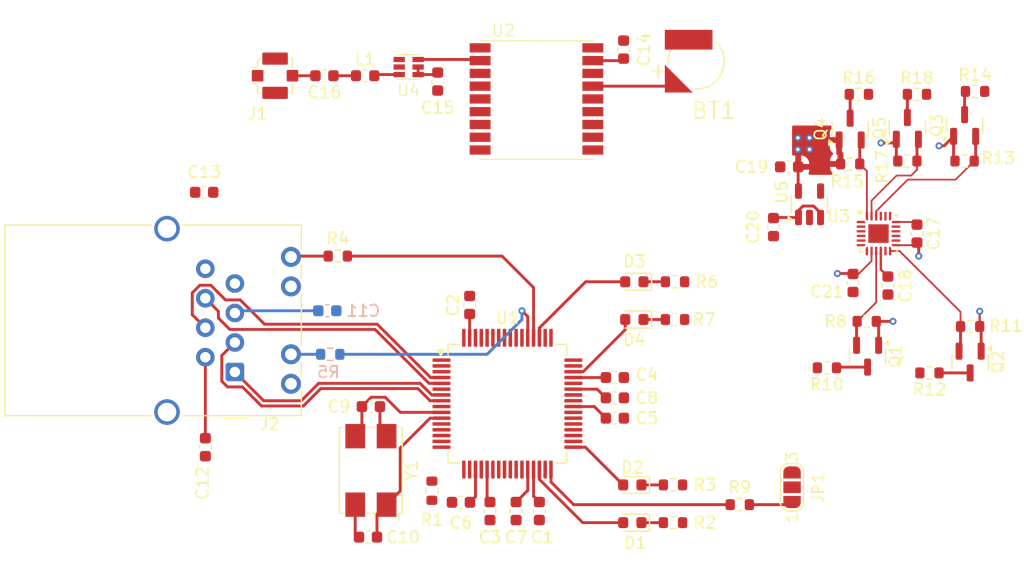
<source format=kicad_pcb>
(kicad_pcb (version 20240108) (generator "pcbnew") (generator_version "8.0")
  (layers (0 "F.Cu" signal) (1 "In1.Cu" power) (2 "In2.Cu" power) (31 "B.Cu" signal) (34 "B.Paste" user) (35 "F.Paste" user) (36 "B.SilkS" user "B.Silkscreen") (37 "F.SilkS" user "F.Silkscreen") (38 "B.Mask" user) (39 "F.Mask" user) (44 "Edge.Cuts" user))
  (net 0 "")
  (net 1 "GND")
  (net 2 "Net-(BT1-+)")
  (net 3 "+3V3")
  (net 4 "Net-(C6-Pad1)")
  (net 5 "Net-(C7-Pad1)")
  (net 6 "Net-(C8-Pad1)")
  (net 7 "/Communication/XI")
  (net 8 "/Communication/XO")
  (net 9 "Net-(J2-RCT)")
  (net 10 "Net-(J2-TCT)")
  (net 11 "Net-(C13-Pad1)")
  (net 12 "Net-(C16-Pad1)")
  (net 13 "Net-(J1-In)")
  (net 14 "+1V8")
  (net 15 "Net-(U3-REGOUT)")
  (net 16 "Net-(D1-K)")
  (net 17 "/Communication/TCPCS1")
  (net 18 "/Communication/TCPCS2")
  (net 19 "Net-(D2-K)")
  (net 20 "Net-(D3-K)")
  (net 21 "/Communication/TNOW1")
  (net 22 "/Communication/TNOW2")
  (net 23 "Net-(D4-K)")
  (net 24 "/Communication/RXN")
  (net 25 "Net-(J2-Pad10)")
  (net 27 "/Communication/TXP")
  (net 28 "Net-(J2-Pad12)")
  (net 29 "/Communication/RXP")
  (net 30 "/Communication/TXN")
  (net 31 "Net-(U4-RFIN)")
  (net 32 "/Positioning/SDO")
  (net 33 "SPI_MISO")
  (net 34 "GPIO_PC3")
  (net 35 "/Positioning/INT1")
  (net 36 "/Positioning/nCS")
  (net 37 "GPIO_PC4")
  (net 38 "/Positioning/SDI")
  (net 39 "SPI_MOSI")
  (net 40 "SPI_SCK")
  (net 41 "/Positioning/SCLK")
  (net 42 "VCCIO")
  (net 43 "/Communication/ACT")
  (net 44 "/Communication/LINK")
  (net 45 "Net-(R6-Pad2)")
  (net 46 "Net-(U1-CFGEN)")
  (net 47 "Net-(JP1-A)")
  (net 49 "UART3_TX")
  (net 50 "GPIO_PC6")
  (net 53 "UART3_RX")
  (net 58 "UART2_RX")
  (net 65 "GPIO_PC5")
  (net 69 "UART2_TX")
  (net 74 "GPIO_PC7")
  (net 80 "GPIO_PC1")
  (net 85 "Net-(U2-RF_IN)")
  (net 87 "UART4_TX")
  (net 88 "UART4_RX")
  (net 108 "GPIO_PC2")
  (footprint "Package_TO_SOT_SMD:SOT-23-5" (layer "F.Cu") (at 170.1 57.535 90)
    (property "Reference" "U5")
    (property "Value" "AP2127K-1.8")
  )
  (footprint "Capacitor_SMD:C_0603_1608Metric" (layer "F.Cu") (at 173.85 64.31 90)
    (property "Reference" "C21")
    (property "Value" "0.1uF")
  )
  (footprint "Package_QFP:LQFP-64_10x10mm_P0.5mm" (layer "F.Cu") (at 144.1 74.71)
    (property "Reference" "U1")
    (property "Value" "~")
  )
  (footprint "LED_SMD:LED_0603_1608Metric" (layer "F.Cu") (at 154.85 84.96 180)
    (property "Reference" "D1")
    (property "Value" "LED")
  )
  (footprint "Jumper:SolderJumper-3_P1.3mm_Open_RoundedPad1.0x1.5mm_NumberLabels" (layer "F.Cu") (at 168.6 81.91 90)
    (property "Reference" "JP1")
    (property "Value" "SolderJumper_3_Open")
  )
  (footprint "Resistor_SMD:R_0603_1608Metric" (layer "F.Cu") (at 158.525 67.46)
    (property "Reference" "R7")
    (property "Value" "1kR")
  )
  (footprint "Capacitor_SMD:C_0603_1608Metric" (layer "F.Cu") (at 140.85 66.21 90)
    (property "Reference" "C2")
    (property "Value" "0.1uF")
  )
  (footprint "Resistor_SMD:R_0603_1608Metric" (layer "F.Cu") (at 171.6 71.6225 180)
    (property "Reference" "R10")
    (property "Value" "2.2kR")
  )
  (footprint "LED_SMD:LED_0603_1608Metric" (layer "F.Cu") (at 155.025 64.21 180)
    (property "Reference" "D3")
    (property "Value" "LED")
  )
  (footprint "Capacitor_SMD:C_0603_1608Metric" (layer "F.Cu") (at 179.35 60.06 -90)
    (property "Reference" "C17")
    (property "Value" "0.1uF")
  )
  (footprint "Resistor_SMD:R_0603_1608Metric" (layer "F.Cu") (at 183.45 53.81 180)
    (property "Reference" "R13")
    (property "Value" "2.2kR")
  )
  (footprint "Capacitor_SMD:C_0603_1608Metric" (layer "F.Cu") (at 142.6 83.96 -90)
    (property "Reference" "C3")
    (property "Value" "0.1uF")
  )
  (footprint "Capacitor_SMD:C_0603_1608Metric" (layer "F.Cu") (at 132.1 86.21)
    (property "Reference" "C10")
    (property "Value" "?? F")
  )
  (footprint "Capacitor_SMD:C_0603_1608Metric" (layer "F.Cu") (at 118 56.5)
    (property "Reference" "C13")
    (property "Value" "1nF")
  )
  (footprint "Capacitor_SMD:C_0603_1608Metric" (layer "F.Cu") (at 138.1 46.96 90)
    (property "Reference" "C15")
    (property "Value" "0.1uF")
  )
  (footprint "Package_TO_SOT_SMD:SOT-23" (layer "F.Cu") (at 183.925 71.1225 -90)
    (property "Reference" "Q2")
    (property "Value" "SELECT PART")
  )
  (footprint "Resistor_SMD:R_0603_1608Metric" (layer "F.Cu") (at 175.025 67.6225)
    (property "Reference" "R8")
    (property "Value" "2.2kR")
  )
  (footprint "Capacitor_SMD:C_0603_1608Metric" (layer "F.Cu") (at 154.1 44.21 90)
    (property "Reference" "C14")
    (property "Value" "10uF")
  )
  (footprint "Resistor_SMD:R_0603_1608Metric" (layer "F.Cu") (at 164.1 83.41 180)
    (property "Reference" "R9")
    (property "Value" "1kR")
  )
  (footprint "ML414H_IV01E:SEIKO_ML414H_IV01E" (layer "F.Cu") (at 160.35 45.21 180)
    (property "Reference" "BT1")
    (property "Value" "3V")
  )
  (footprint "Package_TO_SOT_SMD:SOT-23" (layer "F.Cu") (at 173.6 51.06 90)
    (property "Reference" "Q4")
    (property "Value" "SELECT PART")
  )
  (footprint "Resistor_SMD:R_0603_1608Metric" (layer "F.Cu") (at 129.5 62 180)
    (property "Reference" "R4")
    (property "Value" "1kR")
  )
  (footprint "Capacitor_SMD:C_0603_1608Metric" (layer "F.Cu") (at 128.35 46.46 180)
    (property "Reference" "C16")
    (property "Value" "470pF")
  )
  (footprint "Resistor_SMD:R_0603_1608Metric" (layer "F.Cu") (at 158.525 64.21)
    (property "Reference" "R6")
    (property "Value" "1kR")
  )
  (footprint "Resistor_SMD:R_0603_1608Metric" (layer "F.Cu") (at 173.6 54.06 180)
    (property "Reference" "R15")
    (property "Value" "2.2kR")
  )
  (footprint "Resistor_SMD:R_0603_1608Metric" (layer "F.Cu") (at 184.35 47.81)
    (property "Reference" "R14")
    (property "Value" "2.2kR")
  )
  (footprint "Package_TO_SOT_SMD:SOT-23" (layer "F.Cu") (at 183.45 50.7475 90)
    (property "Reference" "Q3")
    (property "Value" "SELECT PART")
  )
  (footprint "LED_SMD:LED_0603_1608Metric" (layer "F.Cu") (at 155.025 67.46 180)
    (property "Reference" "D4")
    (property "Value" "LED")
  )
  (footprint "Capacitor_SMD:C_0603_1608Metric" (layer "F.Cu") (at 176.85 64.535 90)
    (property "Reference" "C18")
    (property "Value" "0.1uF")
  )
  (footprint "Resistor_SMD:R_0603_1608Metric" (layer "F.Cu") (at 158.35 84.96)
    (property "Reference" "R2")
    (property "Value" "1kR")
  )
  (footprint "Inductor_SMD:L_0603_1608Metric" (layer "F.Cu") (at 131.85 46.46)
    (property "Reference" "L1")
    (property "Value" "6.8nH")
  )
  (footprint "Resistor_SMD:R_0603_1608Metric" (layer "F.Cu") (at 179.35 48.06)
    (property "Reference" "R18")
    (property "Value" "2.2kR")
  )
  (footprint "Resistor_SMD:R_0603_1608Metric" (layer "F.Cu") (at 180.425 72.06 180)
    (property "Reference" "R12")
    (property "Value" "2.2kR")
  )
  (footprint "Resistor_SMD:R_0603_1608Metric" (layer "F.Cu") (at 178.525 53.81 180)
    (property "Reference" "R17")
    (property "Value" "2.2kR")
  )
  (footprint "Resistor_SMD:R_0603_1608Metric" (layer "F.Cu") (at 158.35 81.71)
    (property "Reference" "R3")
    (property "Value" "1kR")
  )
  (footprint "Package_TO_SOT_SMD:SOT-23" (layer "F.Cu") (at 178.525 50.9975 90)
    (property "Reference" "Q5")
    (property "Value" "SELECT PART")
  )
  (footprint "Capacitor_SMD:C_0603_1608Metric" (layer "F.Cu") (at 146.85 83.96 -90)
    (property "Reference" "C1")
    (property "Value" "0.1uF")
  )
  (footprint "jshep:uDFN-6" (layer "F.Cu") (at 134.7875 45.06)
    (property "Reference" "U4")
    (property "Value" "~")
  )
  (footprint "Resistor_SMD:R_0603_1608Metric" (layer "F.Cu") (at 137.6 82.21 -90)
    (property "Reference" "R1")
    (property "Value" "0R")
  )
  (footprint "Resistor_SMD:R_0603_1608Metric" (layer "F.Cu") (at 174.35 48.06)
    (property "Reference" "R16")
    (property "Value" "2.2kR")
  )
  (footprint "Capacitor_SMD:C_0603_1608Metric" (layer "F.Cu") (at 153.35 74.21)
    (property "Reference" "C8")
    (property "Value" "0.1uF")
  )
  (footprint "Resistor_SMD:R_0603_1608Metric" (layer "F.Cu") (at 183.925 68.06)
    (property "Reference" "R11")
    (property "Value" "2.2kR")
  )
  (footprint "Capacitor_SMD:C_0603_1608Metric" (layer "F.Cu") (at 167 59.5 90)
    (property "Reference" "C20")
    (property "Value" "1uF")
  )
  (footprint "Capacitor_SMD:C_0603_1608Metric" (layer "F.Cu") (at 132.35 74.96 180)
    (property "Reference" "C9")
    (property "Value" "?? F")
  )
  (footprint "Crystal:Crystal_SMD_7050-4Pin_7.0x5.0mm" (layer "F.Cu") (at 132.35 80.46 90)
    (property "Reference" "Y1")
    (property "Value" "25M")
  )
  (footprint "LED_SMD:LED_0603_1608Metric" (layer "F.Cu") (at 154.85 81.71 180)
    (property "Reference" "D2")
    (property "Value" "LED")
  )
  (footprint "Capacitor_SMD:C_0603_1608Metric" (layer "F.Cu") (at 140.1 83.21 180)
    (property "Reference" "C6")
    (property "Value" "1uF")
  )
  (footprint "jshep:LCC-18" (layer "F.Cu") (at 141.75 43.46)
    (property "Reference" "U2")
    (property "Value" "~")
  )
  (footprint "Package_TO_SOT_SMD:SOT-23" (layer "F.Cu") (at 175.1 70.6225 -90)
    (property "Reference" "Q1")
    (property "Value" "SELECT PART")
  )
  (footprint "Package_DFN_QFN:QFN-24-1EP_3x3mm_P0.4mm_EP1.75x1.6mm" (layer "F.Cu") (at 176.04 60.06)
    (property "Reference" "U3")
    (property "Value" "~")
  )
  (footprint "Capacitor_SMD:C_0603_1608Metric" (layer "F.Cu") (at 153.35 72.46)
    (property "Reference" "C4")
    (property "Value" "0.1uF")
  )
  (footprint "Capacitor_SMD:C_0603_1608Metric" (layer "F.Cu") (at 118.1 78.46 -90)
    (property "Reference" "C12")
    (property "Value" "1uF")
  )
  (footprint "Connector_Coaxial:U.FL_Molex_MCRF_73412-0110_Vertical" (layer "F.Cu") (at 124.1 46.46 90)
    (property "Reference" "J1")
    (property "Value" "Antenna")
  )
  (footprint "Capacitor_SMD:C_0603_1608Metric" (layer "F.Cu") (at 153.35 75.96)
    (property "Reference" "C5")
    (property "Value" "0.1uF")
  )
  (footprint "Capacitor_SMD:C_0603_1608Metric" (layer "F.Cu") (at 144.85 83.96 -90)
    (property "Reference" "C7")
    (property "Value" "0.1uF")
  )
  (footprint "Connector_RJ:RJ45_Wuerth_7499010121A_Horizontal" (layer "F.Cu") (at 120.64 71.98 180)
    (property "Reference" "J2")
    (property "Value" "RJ45_Wuerth_7499010121A")
  )
  (footprint "Capacitor_SMD:C_0603_1608Metric" (layer "F.Cu") (at 168.35 54.31)
    (property "Reference" "C19")
    (property "Value" "1uF")
  )
  (footprint "Resistor_SMD:R_0603_1608Metric" (layer "B.Cu") (at 128.85 70.46 180)
    (property "Reference" "R5")
    (property "Value" "1kR")
  )
  (footprint "Capacitor_SMD:C_0603_1608Metric" (layer "B.Cu") (at 128.6 66.71)
    (property "Reference" "C11")
    (property "Value" "1uF")
  )
  (segment (start 131 83.41) (end 131 85.885) (width 0.25) (layer "F.Cu") (net 1))
  (segment (start 133.125 76.935) (end 133.7 77.51) (width 0.25) (layer "F.Cu") (net 1))
  (segment (start 131 85.885) (end 131.325 86.21) (width 0.25) (layer "F.Cu") (net 1))
  (segment (start 133.125 74.96) (end 133.125 76.935) (width 0.25) (layer "F.Cu") (net 1))
  (segment (start 177.54 59.06) (end 179.125 59.06) (width 0.15) (layer "F.Cu") (net 1))
  (segment (start 179.125 59.06) (end 179.35 59.285) (width 0.15) (layer "F.Cu") (net 1))
  (segment (start 151.45 47.36) (end 158.2 47.36) (width 0.25) (layer "F.Cu") (net 2))
  (segment (start 158.2 47.36) (end 158.25 47.31) (width 0.25) (layer "F.Cu") (net 2))
  (segment (start 171.05 58.284092) (end 170.450908 57.685) (width 0.25) (layer "F.Cu") (net 3))
  (segment (start 169.0975 58.725) (end 169.15 58.6725) (width 0.25) (layer "F.Cu") (net 3))
  (segment (start 137.925 46.36) (end 138.1 46.185) (width 0.25) (layer "F.Cu") (net 3))
  (segment (start 136.4125 46.36) (end 137.925 46.36) (width 0.25) (layer "F.Cu") (net 3))
  (segment (start 169.15 58.6725) (end 167.0525 58.6725) (width 0.25) (layer "F.Cu") (net 3))
  (segment (start 136.4125 46.36) (end 136.4125 45.71) (width 0.25) (layer "F.Cu") (net 3))
  (segment (start 151.45 45.16) (end 153.925 45.16) (width 0.25) (layer "F.Cu") (net 3))
  (segment (start 170.450908 57.685) (end 169.54 57.685) (width 0.25) (layer "F.Cu") (net 3))
  (segment (start 167.0525 58.6725) (end 167 58.725) (width 0.25) (layer "F.Cu") (net 3))
  (segment (start 169.15 58.075) (end 169.15 58.6725) (width 0.25) (layer "F.Cu") (net 3))
  (segment (start 169.54 57.685) (end 169.15 58.075) (width 0.25) (layer "F.Cu") (net 3))
  (segment (start 171.05 58.6725) (end 171.05 58.284092) (width 0.25) (layer "F.Cu") (net 3))
  (segment (start 153.925 45.16) (end 154.1 44.985) (width 0.25) (layer "F.Cu") (net 3))
  (segment (start 141.35 82.735) (end 140.875 83.21) (width 0.25) (layer "F.Cu") (net 4))
  (segment (start 141.35 80.385) (end 141.35 82.735) (width 0.25) (layer "F.Cu") (net 4))
  (segment (start 144.85 83.185) (end 145.85 82.185) (width 0.25) (layer "F.Cu") (net 5))
  (segment (start 145.85 82.185) (end 145.85 80.385) (width 0.25) (layer "F.Cu") (net 5))
  (segment (start 151.825 73.46) (end 149.775 73.46) (width 0.25) (layer "F.Cu") (net 6))
  (segment (start 152.575 74.21) (end 151.825 73.46) (width 0.25) (layer "F.Cu") (net 6))
  (segment (start 131.575 76.935) (end 131 77.51) (width 0.25) (layer "F.Cu") (net 7))
  (segment (start 134.884052 75.46) (end 133.584052 74.16) (width 0.25) (layer "F.Cu") (net 7))
  (segment (start 131.575 74.96) (end 131.575 76.935) (width 0.25) (layer "F.Cu") (net 7))
  (segment (start 138.425 75.46) (end 134.884052 75.46) (width 0.25) (layer "F.Cu") (net 7))
  (segment (start 133.584052 74.16) (end 132.375 74.16) (width 0.25) (layer "F.Cu") (net 7))
  (segment (start 132.375 74.16) (end 131.575 74.96) (width 0.25) (layer "F.Cu") (net 7))
  (segment (start 134.875 78.53084) (end 134.875 82.235) (width 0.25) (layer "F.Cu") (net 8))
  (segment (start 132.875 86.21) (end 132.875 84.235) (width 0.25) (layer "F.Cu") (net 8))
  (segment (start 137.44584 75.96) (end 134.875 78.53084) (width 0.25) (layer "F.Cu") (net 8))
  (segment (start 138.425 75.96) (end 137.44584 75.96) (width 0.25) (layer "F.Cu") (net 8))
  (segment (start 132.875 84.235) (end 133.7 83.41) (width 0.25) (layer "F.Cu") (net 8))
  (segment (start 134.875 82.235) (end 133.7 83.41) (width 0.25) (layer "F.Cu") (net 8))
  (segment (start 120.83 66.71) (end 120.64 66.9) (width 0.25) (layer "B.Cu") (net 9))
  (segment (start 127.825 66.71) (end 120.83 66.71) (width 0.25) (layer "B.Cu") (net 9))
  (segment (start 118.1 70.71) (end 118.1 77.685) (width 0.25) (layer "F.Cu") (net 10))
  (segment (start 131.0625 46.46) (end 129.125 46.46) (width 0.25) (layer "F.Cu") (net 12))
  (segment (start 127.575 46.46) (end 125.6 46.46) (width 0.25) (layer "F.Cu") (net 13))
  (segment (start 177.575 51.935) (end 177.575 53.685) (width 0.25) (layer "F.Cu") (net 14))
  (segment (start 179.5 62) (end 179.5 60.985) (width 0.25) (layer "F.Cu") (net 14))
  (segment (start 176.05 69.685) (end 176.05 67.8225) (width 0.25) (layer "F.Cu") (net 14))
  (segment (start 172.65 51.9975) (end 172.65 53.935) (width 0.25) (layer "F.Cu") (net 14))
  (segment (start 177.575 53.685) (end 177.7 53.81) (width 0.25) (layer "F.Cu") (net 14))
  (segment (start 179.125 61.06) (end 177.54 61.06) (width 0.15) (layer "F.Cu") (net 14))
  (segment (start 177.26 52.25) (end 177.575 51.935) (width 0.25) (layer "F.Cu") (net 14))
  (segment (start 182.5 53.685) (end 182.625 53.81) (width 0.25) (layer "F.Cu") (net 14))
  (segment (start 184.875 70.185) (end 184.875 68.185) (width 0.25) (layer "F.Cu") (net 14))
  (segment (start 175.44 62.42) (end 174.325 63.535) (width 0.15) (layer "F.Cu") (net 14))
  (segment (start 173.815 63.5) (end 173.85 63.535) (width 0.25) (layer "F.Cu") (net 14))
  (segment (start 174.325 63.535) (end 173.85 63.535) (width 0.15) (layer "F.Cu") (net 14))
  (segment (start 181.685 52.5) (end 182.5 51.685) (width 0.25) (layer "F.Cu") (net 14))
  (segment (start 184.875 68.185) (end 184.75 68.06) (width 0.25) (layer "F.Cu") (net 14))
  (segment (start 173.825 63.56) (end 173.85 63.535) (width 0.25) (layer "F.Cu") (net 14))
  (segment (start 169.125 56.3725) (end 169.15 56.3975) (width 0.25) (layer "F.Cu") (net 14))
  (segment (start 172.5 63.5) (end 173.815 63.5) (width 0.25) (layer "F.Cu") (net 14))
  (segment (start 179.5 60.985) (end 179.35 60.835) (width 0.25) (layer "F.Cu") (net 14))
  (segment (start 182.5 51.685) (end 182.5 53.685) (width 0.25) (layer "F.Cu") (net 14))
  (segment (start 175.85 67.6225) (end 177.2875 67.6225) (width 0.25) (layer "F.Cu") (net 14))
  (segment (start 169.125 54.31) (end 169.125 56.3725) (width 0.25) (layer "F.Cu") (net 14))
  (segment (start 172.65 53.935) (end 172.775 54.06) (width 0.25) (layer "F.Cu") (net 14))
  (segment (start 184.75 66.75) (end 184.75 68.06) (width 0.2) (layer "F.Cu") (net 14))
  (segment (start 169.15 54.46) (end 169.325 54.285) (width 0.25) (layer "F.Cu") (net 14))
  (segment (start 181.25 52.5) (end 181.685 52.5) (width 0.25) (layer "F.Cu") (net 14))
  (segment (start 176.05 67.8225) (end 175.85 67.6225) (width 0.25) (layer "F.Cu") (net 14))
  (segment (start 175.44 61.56) (end 175.44 62.42) (width 0.15) (layer "F.Cu") (net 14))
  (segment (start 176.25 52.25) (end 177.26 52.25) (width 0.25) (layer "F.Cu") (net 14))
  (segment (start 179.35 60.835) (end 179.125 61.06) (width 0.15) (layer "F.Cu") (net 14))
  (via (at 172.5 63.5) (size 0.6) (drill 0.3) (layers "F.Cu" "B.Cu") (net 14))
  (via (at 170.1 52.81) (size 0.6) (drill 0.3) (layers "F.Cu" "B.Cu") (net 14))
  (via (at 177.2875 67.6225) (size 0.6) (drill 0.3) (layers "F.Cu" "B.Cu") (net 14))
  (via (at 176.25 52.25) (size 0.6) (drill 0.3) (layers "F.Cu" "B.Cu") (net 14))
  (via (at 170.1 51.81) (size 0.6) (drill 0.3) (layers "F.Cu" "B.Cu") (net 14))
  (via (at 179.5 62) (size 0.6) (drill 0.3) (layers "F.Cu" "B.Cu") (net 14))
  (via (at 169.1 52.81) (size 0.6) (drill 0.3) (layers "F.Cu" "B.Cu") (net 14))
  (via (at 184.75 66.75) (size 0.6) (drill 0.3) (layers "F.Cu" "B.Cu") (net 14))
  (via (at 181.25 52.5) (size 0.6) (drill 0.3) (layers "F.Cu" "B.Cu") (net 14))
  (via (at 169.1 51.81) (size 0.6) (drill 0.3) (layers "F.Cu" "B.Cu") (net 14))
  (segment (start 176.24 63.15) (end 176.85 63.76) (width 0.2) (layer "F.Cu") (net 15))
  (segment (start 176.24 61.56) (end 176.24 63.15) (width 0.2) (layer "F.Cu") (net 15))
  (segment (start 155.6375 84.96) (end 157.525 84.96) (width 0.25) (layer "F.Cu") (net 16))
  (segment (start 150.582236 84.96) (end 146.85 81.227764) (width 0.25) (layer "F.Cu") (net 17))
  (segment (start 154.0625 84.96) (end 150.582236 84.96) (width 0.25) (layer "F.Cu") (net 17))
  (segment (start 146.85 81.227764) (end 146.85 80.385) (width 0.25) (layer "F.Cu") (net 17))
  (segment (start 150.8125 78.46) (end 154.0625 81.71) (width 0.25) (layer "F.Cu") (net 18))
  (segment (start 149.775 78.46) (end 150.8125 78.46) (width 0.25) (layer "F.Cu") (net 18))
  (segment (start 155.6375 81.71) (end 157.525 81.71) (width 0.25) (layer "F.Cu") (net 19))
  (segment (start 155.8125 64.21) (end 157.7 64.21) (width 0.25) (layer "F.Cu") (net 20))
  (segment (start 150.832236 64.21) (end 146.85 68.192236) (width 0.25) (layer "F.Cu") (net 21))
  (segment (start 154.2375 64.21) (end 150.832236 64.21) (width 0.25) (layer "F.Cu") (net 21))
  (segment (start 146.85 68.192236) (end 146.85 69.035) (width 0.25) (layer "F.Cu") (net 21))
  (segment (start 150.617764 71.96) (end 154.2375 68.340264) (width 0.25) (layer "F.Cu") (net 22))
  (segment (start 154.2375 68.340264) (end 154.2375 67.46) (width 0.25) (layer "F.Cu") (net 22))
  (segment (start 149.775 71.96) (end 150.617764 71.96) (width 0.25) (layer "F.Cu") (net 22))
  (segment (start 155.8125 67.46) (end 157.7 67.46) (width 0.25) (layer "F.Cu") (net 23))
  (segment (start 119.225 66.755) (end 119.225 67.335) (width 0.25) (layer "F.Cu") (net 24))
  (segment (start 137.35 72.96) (end 138.575 72.96) (width 0.25) (layer "F.Cu") (net 24))
  (segment (start 118.1 65.63) (end 119.225 66.755) (width 0.25) (layer "F.Cu") (net 24))
  (segment (start 132.705 68.315) (end 137.35 72.96) (width 0.25) (layer "F.Cu") (net 24))
  (segment (start 119.225 67.335) (end 120.205 68.315) (width 0.25) (layer "F.Cu") (net 24))
  (segment (start 120.205 68.315) (end 132.705 68.315) (width 0.25) (layer "F.Cu") (net 24))
  (segment (start 138.575 72.96) (end 138.6 72.985) (width 0.25) (layer "F.Cu") (net 24))
  (segment (start 128.025 70.46) (end 125.47 70.46) (width 0.25) (layer "B.Cu") (net 25))
  (segment (start 127.85 72.96) (end 136.582236 72.96) (width 0.25) (layer "F.Cu") (net 27))
  (segment (start 123.12 74.46) (end 126.35 74.46) (width 0.25) (layer "F.Cu") (net 27))
  (segment (start 136.582236 72.96) (end 137.582236 73.96) (width 0.25) (layer "F.Cu") (net 27))
  (segment (start 126.35 74.46) (end 127.85 72.96) (width 0.25) (layer "F.Cu") (net 27))
  (segment (start 120.64 71.98) (end 123.12 74.46) (width 0.25) (layer "F.Cu") (net 27))
  (segment (start 137.582236 73.96) (end 138.425 73.96) (width 0.25) (layer "F.Cu") (net 27))
  (segment (start 128.675 62) (end 125.54 62) (width 0.25) (layer "F.Cu") (net 28))
  (segment (start 125.54 62) (end 125.47 62.07) (width 0.25) (layer "F.Cu") (net 28))
  (segment (start 118.1 68.17) (end 116.975 67.045) (width 0.25) (layer "F.Cu") (net 29))
  (segment (start 121.105991 65.775) (end 123.195991 67.865) (width 0.25) (layer "F.Cu") (net 29))
  (segment (start 117.634009 64.505) (end 118.565991 64.505) (width 0.25) (layer "F.Cu") (net 29))
  (segment (start 116.975 67.045) (end 116.975 65.164009) (width 0.25) (layer "F.Cu") (net 29))
  (segment (start 137.486396 72.46) (end 138.425 72.46) (width 0.25) (layer "F.Cu") (net 29))
  (segment (start 116.975 65.164009) (end 117.634009 64.505) (width 0.25) (layer "F.Cu") (net 29))
  (segment (start 132.891396 67.865) (end 137.486396 72.46) (width 0.25) (layer "F.Cu") (net 29))
  (segment (start 123.195991 67.865) (end 132.891396 67.865) (width 0.25) (layer "F.Cu") (net 29))
  (segment (start 118.565991 64.505) (end 119.835991 65.775) (width 0.25) (layer "F.Cu") (net 29))
  (segment (start 119.835991 65.775) (end 121.105991 65.775) (width 0.25) (layer "F.Cu") (net 29))
  (segment (start 120.64 69.44) (end 119.515 70.565) (width 0.25) (layer "F.Cu") (net 30))
  (segment (start 137.44584 74.46) (end 138.425 74.46) (width 0.25) (layer "F.Cu") (net 30))
  (segment (start 122.933604 74.91) (end 126.536396 74.91) (width 0.25) (layer "F.Cu") (net 30))
  (segment (start 136.39584 73.41) (end 137.44584 74.46) (width 0.25) (layer "F.Cu") (net 30))
  (segment (start 120.006982 73.268198) (end 121.291802 73.268198) (width 0.25) (layer "F.Cu") (net 30))
  (segment (start 119.515 70.565) (end 119.515 72.776216) (width 0.25) (layer "F.Cu") (net 30))
  (segment (start 119.515 72.776216) (end 120.006982 73.268198) (width 0.25) (layer "F.Cu") (net 30))
  (segment (start 126.536396 74.91) (end 128.036396 73.41) (width 0.25) (layer "F.Cu") (net 30))
  (segment (start 128.036396 73.41) (end 136.39584 73.41) (width 0.25) (layer "F.Cu") (net 30))
  (segment (start 121.291802 73.268198) (end 122.933604 74.91) (width 0.25) (layer "F.Cu") (net 30))
  (segment (start 134.7875 46.36) (end 132.7375 46.36) (width 0.25) (layer "F.Cu") (net 31))
  (segment (start 132.7375 46.36) (end 132.6375 46.46) (width 0.25) (layer "F.Cu") (net 31))
  (segment (start 174.15 67.6725) (end 174.2 67.6225) (width 0.25) (layer "F.Cu") (net 32))
  (segment (start 174.15 69.685) (end 174.15 67.6725) (width 0.25) (layer "F.Cu") (net 32))
  (segment (start 175.84 61.56) (end 175.84 65.9825) (width 0.15) (layer "F.Cu") (net 32))
  (segment (start 175.84 65.9825) (end 174.2 67.6225) (width 0.15) (layer "F.Cu") (net 32))
  (segment (start 172.4875 71.56) (end 172.425 71.6225) (width 0.25) (layer "F.Cu") (net 33))
  (segment (start 175.1 71.56) (end 172.4875 71.56) (width 0.25) (layer "F.Cu") (net 33))
  (segment (start 183.925 72.06) (end 181.25 72.06) (width 0.25) (layer "F.Cu") (net 34))
  (segment (start 183.1 68.06) (end 183.1 70.06) (width 0.25) (layer "F.Cu") (net 35))
  (segment (start 183.1 66.81) (end 183.1 68.06) (width 0.15) (layer "F.Cu") (net 35))
  (segment (start 177.85 61.56) (end 183.1 66.81) (width 0.15) (layer "F.Cu") (net 35))
  (segment (start 183.1 70.06) (end 182.975 70.185) (width 0.25) (layer "F.Cu") (net 35))
  (segment (start 177.04 61.56) (end 177.85 61.56) (width 0.15) (layer "F.Cu") (net 35))
  (segment (start 184.4 51.685) (end 184.4 53.685) (width 0.25) (layer "F.Cu") (net 36))
  (segment (start 182.675 55.41) (end 184.275 53.81) (width 0.15) (layer "F.Cu") (net 36))
  (segment (start 178.553994 55.41) (end 182.675 55.41) (width 0.15) (layer "F.Cu") (net 36))
  (segment (start 184.4 53.685) (end 184.275 53.81) (width 0.25) (layer "F.Cu") (net 36))
  (segment (start 175.84 58.56) (end 175.84 58.123994) (width 0.15) (layer "F.Cu") (net 36))
  (segment (start 175.84 58.123994) (end 178.553994 55.41) (width 0.15) (layer "F.Cu") (net 36))
  (segment (start 175.04 54.675) (end 174.425 54.06) (width 0.15) (layer "F.Cu") (net 38))
  (segment (start 174.425 54.06) (end 174.425 52.1225) (width 0.25) (layer "F.Cu") (net 38))
  (segment (start 175.04 58.56) (end 175.04 54.675) (width 0.15) (layer "F.Cu") (net 38))
  (segment (start 174.425 52.1225) (end 174.55 51.9975) (width 0.25) (layer "F.Cu") (net 38))
  (segment (start 173.6 48.135) (end 173.525 48.06) (width 0.25) (layer "F.Cu") (net 39))
  (segment (start 173.6 50.1225) (end 173.6 48.135) (width 0.25) (layer "F.Cu") (net 39))
  (segment (start 178.525 50.06) (end 178.525 48.06) (width 0.25) (layer "F.Cu") (net 40))
  (segment (start 175.44 57.22) (end 177.6 55.06) (width 0.15) (layer "F.Cu") (net 41))
  (segment (start 179.35 53.81) (end 179.35 52.06) (width 0.25) (layer "F.Cu") (net 41))
  (segment (start 179.35 52.06) (end 179.475 51.935) (width 0.25) (layer "F.Cu") (net 41))
  (segment (start 179.35 54.56) (end 179.35 53.81) (width 0.15) (layer "F.Cu") (net 41))
  (segment (start 178.85 55.06) (end 179.35 54.56) (width 0.15) (layer "F.Cu") (net 41))
  (segment (start 175.44 58.56) (end 175.44 57.22) (width 0.15) (layer "F.Cu") (net 41))
  (segment (start 177.6 55.06) (end 178.85 55.06) (width 0.15) (layer "F.Cu") (net 41))
  (segment (start 142.35 80.385) (end 142.35 82.935) (width 0.25) (layer "F.Cu") (net 42))
  (segment (start 151.575 74.96) (end 152.575 75.96) (width 0.25) (layer "F.Cu") (net 42))
  (segment (start 146.35 80.385) (end 146.35 82.685) (width 0.25) (layer "F.Cu") (net 42))
  (segment (start 146.35 82.685) (end 146.85 83.185) (width 0.25) (layer "F.Cu") (net 42))
  (segment (start 142.35 82.935) (end 142.6 83.185) (width 0.25) (layer "F.Cu") (net 42))
  (segment (start 140.85 66.985) (end 140.85 69.035) (width 0.25) (layer "F.Cu") (net 42))
  (segment (start 149.775 72.46) (end 152.575 72.46) (width 0.25) (layer "F.Cu") (net 42))
  (segment (start 149.775 74.96) (end 151.575 74.96) (width 0.25) (layer "F.Cu") (net 42))
  (segment (start 146.35 69.035) (end 146.35 64.71) (width 0.25) (layer "F.Cu") (net 43))
  (segment (start 146.35 64.71) (end 143.64 62) (width 0.25) (layer "F.Cu") (net 43))
  (segment (start 143.64 62) (end 130.325 62) (width 0.25) (layer "F.Cu") (net 43))
  (segment (start 145.35 66.71) (end 145.85 67.21) (width 0.25) (layer "F.Cu") (net 44))
  (segment (start 145.85 67.21) (end 145.85 69.035) (width 0.25) (layer "F.Cu") (net 44))
  (via (at 145.35 66.71) (size 0.6) (drill 0.3) (layers "F.Cu" "B.Cu") (net 44))
  (segment (start 142.35 70.46) (end 129.675 70.46) (width 0.25) (layer "B.Cu") (net 44))
  (segment (start 145.35 67.46) (end 142.35 70.46) (width 0.25) (layer "B.Cu") (net 44))
  (segment (start 145.35 66.71) (end 145.35 67.46) (width 0.25) (layer "B.Cu") (net 44))
  (segment (start 163.275 83.41) (end 149.8 83.41) (width 0.25) (layer "F.Cu") (net 46))
  (segment (start 147.85 81.46) (end 147.85 80.385) (width 0.25) (layer "F.Cu") (net 46))
  (segment (start 149.8 83.41) (end 147.85 81.46) (width 0.25) (layer "F.Cu") (net 46))
  (segment (start 168.4 83.41) (end 168.6 83.21) (width 0.25) (layer "F.Cu") (net 47))
  (segment (start 164.925 83.41) (end 168.4 83.41) (width 0.25) (layer "F.Cu") (net 47))
  (segment (start 136.4125 45.06) (end 141.65 45.06) (width 0.25) (layer "F.Cu") (net 85))
  (segment (start 141.65 45.06) (end 141.75 45.16) (width 0.25) (layer "F.Cu") (net 85))
  (segment (start 183.45 47.885) (end 183.525 47.81) (width 0.25) (layer "F.Cu") (net 108))
  (segment (start 183.45 49.81) (end 183.45 47.885) (width 0.25) (layer "F.Cu") (net 108))
  (zone (net 14) (net_name "+1V8") (layer "F.Cu") (priority 1) (connect_pads (clearance 0.5)) (min_thickness 0.25) (fill yes (thermal_gap 0.5) (thermal_bridge_width 0.5))
    (polygon (pts (xy 168.6 50.75) (xy 168.6 55) (xy 173.6 55) (xy 173.6 50.75)))
  )
)
</source>
